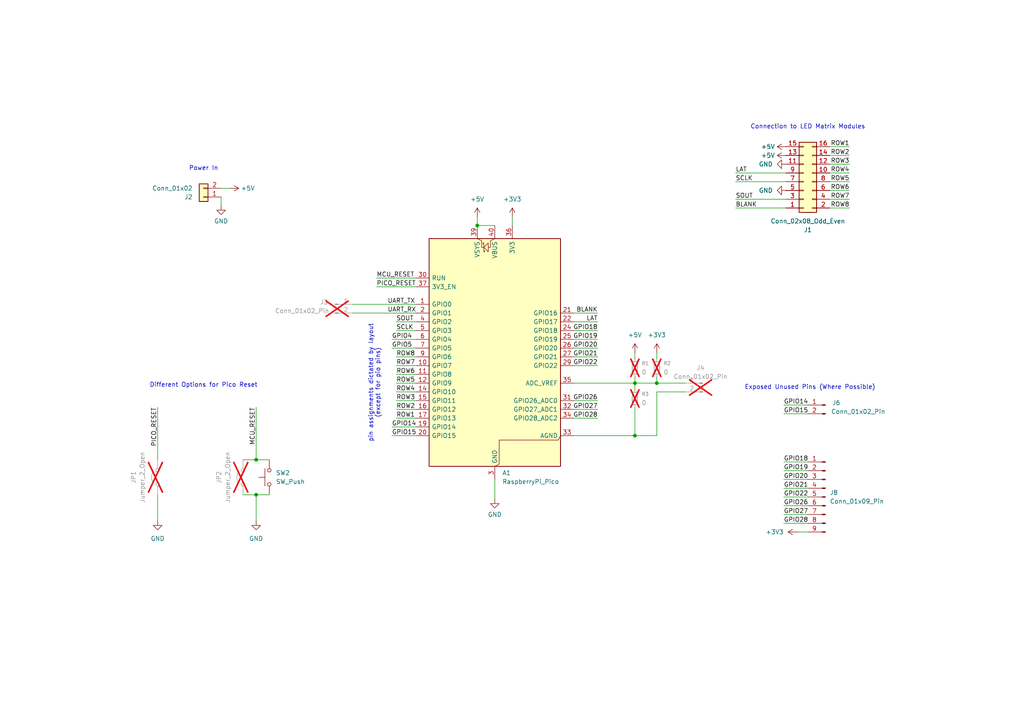
<source format=kicad_sch>
(kicad_sch (version 20250114) (generator "eeschema") (generator_version "9.0")
  (paper "A4")
  (lib_symbols
    (symbol "Connector:Conn_01x02_Pin" (pin_names (offset 1.016) (hide yes))
      (property "Reference" "J" (at 0 2.54 0))
      (property "Value" "Conn_01x02_Pin" (at 0 -5.08 0))
      (symbol "Conn_01x02_Pin_1_1"
        (rectangle (start 0.8636 0.127) (end 0 -0.127) (stroke (width 0.1524)) (fill (type outline)))
        (rectangle (start 0.8636 -2.413) (end 0 -2.667) (stroke (width 0.1524)) (fill (type outline)))
        (polyline (pts (xy 1.27 0) (xy 0.8636 0)) (stroke (width 0.1524)))
        (polyline (pts (xy 1.27 -2.54) (xy 0.8636 -2.54)) (stroke (width 0.1524)))
        (pin passive line (at 5.08 0 180) (length 3.81) (name "Pin_1") (number "1"))
        (pin passive line (at 5.08 -2.54 180) (length 3.81) (name "Pin_2") (number "2"))
      )
    )
    (symbol "Connector:Conn_01x09_Pin" (pin_names (offset 1.016) (hide yes))
      (property "Reference" "J" (at 0 12.7 0))
      (property "Value" "Conn_01x09_Pin" (at 0 -12.7 0))
      (symbol "Conn_01x09_Pin_1_1"
        (rectangle (start 0.8636 10.287) (end 0 10.033) (stroke (width 0.1524)) (fill (type outline)))
        (rectangle (start 0.8636 7.747) (end 0 7.493) (stroke (width 0.1524)) (fill (type outline)))
        (rectangle (start 0.8636 5.207) (end 0 4.953) (stroke (width 0.1524)) (fill (type outline)))
        (rectangle (start 0.8636 2.667) (end 0 2.413) (stroke (width 0.1524)) (fill (type outline)))
        (rectangle (start 0.8636 0.127) (end 0 -0.127) (stroke (width 0.1524)) (fill (type outline)))
        (rectangle (start 0.8636 -2.413) (end 0 -2.667) (stroke (width 0.1524)) (fill (type outline)))
        (rectangle (start 0.8636 -4.953) (end 0 -5.207) (stroke (width 0.1524)) (fill (type outline)))
        (rectangle (start 0.8636 -7.493) (end 0 -7.747) (stroke (width 0.1524)) (fill (type outline)))
        (rectangle (start 0.8636 -10.033) (end 0 -10.287) (stroke (width 0.1524)) (fill (type outline)))
        (polyline (pts (xy 1.27 10.16) (xy 0.8636 10.16)) (stroke (width 0.1524)))
        (polyline (pts (xy 1.27 7.62) (xy 0.8636 7.62)) (stroke (width 0.1524)))
        (polyline (pts (xy 1.27 5.08) (xy 0.8636 5.08)) (stroke (width 0.1524)))
        (polyline (pts (xy 1.27 2.54) (xy 0.8636 2.54)) (stroke (width 0.1524)))
        (polyline (pts (xy 1.27 0) (xy 0.8636 0)) (stroke (width 0.1524)))
        (polyline (pts (xy 1.27 -2.54) (xy 0.8636 -2.54)) (stroke (width 0.1524)))
        (polyline (pts (xy 1.27 -5.08) (xy 0.8636 -5.08)) (stroke (width 0.1524)))
        (polyline (pts (xy 1.27 -7.62) (xy 0.8636 -7.62)) (stroke (width 0.1524)))
        (polyline (pts (xy 1.27 -10.16) (xy 0.8636 -10.16)) (stroke (width 0.1524)))
        (pin passive line (at 5.08 10.16 180) (length 3.81) (name "Pin_1") (number "1"))
        (pin passive line (at 5.08 7.62 180) (length 3.81) (name "Pin_2") (number "2"))
        (pin passive line (at 5.08 5.08 180) (length 3.81) (name "Pin_3") (number "3"))
        (pin passive line (at 5.08 2.54 180) (length 3.81) (name "Pin_4") (number "4"))
        (pin passive line (at 5.08 0 180) (length 3.81) (name "Pin_5") (number "5"))
        (pin passive line (at 5.08 -2.54 180) (length 3.81) (name "Pin_6") (number "6"))
        (pin passive line (at 5.08 -5.08 180) (length 3.81) (name "Pin_7") (number "7"))
        (pin passive line (at 5.08 -7.62 180) (length 3.81) (name "Pin_8") (number "8"))
        (pin passive line (at 5.08 -10.16 180) (length 3.81) (name "Pin_9") (number "9"))
      )
    )
    (symbol "Connector_Generic:Conn_01x02" (pin_names (offset 1.016) (hide yes))
      (property "Reference" "J" (at 0 2.54 0))
      (property "Value" "Conn_01x02" (at 0 -5.08 0))
      (symbol "Conn_01x02_1_1"
        (rectangle (start -1.27 1.27) (end 1.27 -3.81) (stroke (width 0.254)) (fill (type background)))
        (rectangle (start -1.27 0.127) (end 0 -0.127) (stroke (width 0.1524)))
        (rectangle (start -1.27 -2.413) (end 0 -2.667) (stroke (width 0.1524)))
        (pin passive line (at -5.08 0 0) (length 3.81) (name "Pin_1") (number "1"))
        (pin passive line (at -5.08 -2.54 0) (length 3.81) (name "Pin_2") (number "2"))
      )
    )
    (symbol "Connector_Generic:Conn_02x08_Odd_Even" (pin_names (offset 1.016) (hide yes))
      (property "Reference" "J" (at 1.27 10.16 0))
      (property "Value" "Conn_02x08_Odd_Even" (at 1.27 -12.7 0))
      (symbol "Conn_02x08_Odd_Even_1_1"
        (rectangle (start -1.27 8.89) (end 3.81 -11.43) (stroke (width 0.254)) (fill (type background)))
        (rectangle (start -1.27 7.747) (end 0 7.493) (stroke (width 0.1524)))
        (rectangle (start -1.27 5.207) (end 0 4.953) (stroke (width 0.1524)))
        (rectangle (start -1.27 2.667) (end 0 2.413) (stroke (width 0.1524)))
        (rectangle (start -1.27 0.127) (end 0 -0.127) (stroke (width 0.1524)))
        (rectangle (start -1.27 -2.413) (end 0 -2.667) (stroke (width 0.1524)))
        (rectangle (start -1.27 -4.953) (end 0 -5.207) (stroke (width 0.1524)))
        (rectangle (start -1.27 -7.493) (end 0 -7.747) (stroke (width 0.1524)))
        (rectangle (start -1.27 -10.033) (end 0 -10.287) (stroke (width 0.1524)))
        (rectangle (start 3.81 7.747) (end 2.54 7.493) (stroke (width 0.1524)))
        (rectangle (start 3.81 5.207) (end 2.54 4.953) (stroke (width 0.1524)))
        (rectangle (start 3.81 2.667) (end 2.54 2.413) (stroke (width 0.1524)))
        (rectangle (start 3.81 0.127) (end 2.54 -0.127) (stroke (width 0.1524)))
        (rectangle (start 3.81 -2.413) (end 2.54 -2.667) (stroke (width 0.1524)))
        (rectangle (start 3.81 -4.953) (end 2.54 -5.207) (stroke (width 0.1524)))
        (rectangle (start 3.81 -7.493) (end 2.54 -7.747) (stroke (width 0.1524)))
        (rectangle (start 3.81 -10.033) (end 2.54 -10.287) (stroke (width 0.1524)))
        (pin passive line (at -5.08 7.62 0) (length 3.81) (name "Pin_1") (number "1"))
        (pin passive line (at -5.08 5.08 0) (length 3.81) (name "Pin_3") (number "3"))
        (pin passive line (at -5.08 2.54 0) (length 3.81) (name "Pin_5") (number "5"))
        (pin passive line (at -5.08 0 0) (length 3.81) (name "Pin_7") (number "7"))
        (pin passive line (at -5.08 -2.54 0) (length 3.81) (name "Pin_9") (number "9"))
        (pin passive line (at -5.08 -5.08 0) (length 3.81) (name "Pin_11") (number "11"))
        (pin passive line (at -5.08 -7.62 0) (length 3.81) (name "Pin_13") (number "13"))
        (pin passive line (at -5.08 -10.16 0) (length 3.81) (name "Pin_15") (number "15"))
        (pin passive line (at 7.62 7.62 180) (length 3.81) (name "Pin_2") (number "2"))
        (pin passive line (at 7.62 5.08 180) (length 3.81) (name "Pin_4") (number "4"))
        (pin passive line (at 7.62 2.54 180) (length 3.81) (name "Pin_6") (number "6"))
        (pin passive line (at 7.62 0 180) (length 3.81) (name "Pin_8") (number "8"))
        (pin passive line (at 7.62 -2.54 180) (length 3.81) (name "Pin_10") (number "10"))
        (pin passive line (at 7.62 -5.08 180) (length 3.81) (name "Pin_12") (number "12"))
        (pin passive line (at 7.62 -7.62 180) (length 3.81) (name "Pin_14") (number "14"))
        (pin passive line (at 7.62 -10.16 180) (length 3.81) (name "Pin_16") (number "16"))
      )
    )
    (symbol "Device:R_Small" (pin_numbers (hide yes)) (pin_names (offset 0.254) (hide yes))
      (property "Reference" "R" (at 0 0 90))
      (property "Value" "R_Small" (at 1.778 0 90))
      (symbol "R_Small_0_1"
        (rectangle (start -0.762 1.778) (end 0.762 -1.778) (stroke (width 0.2032)))
      )
      (symbol "R_Small_1_1"
        (pin passive line (at 0 2.54 270) (length 0.762) (name "~") (number "1"))
        (pin passive line (at 0 -2.54 90) (length 0.762) (name "~") (number "2"))
      )
    )
    (symbol "Jumper:Jumper_2_Open" (pin_numbers (hide yes)) (pin_names (offset 0) (hide yes))
      (property "Reference" "JP" (at 0 2.794 0))
      (property "Value" "Jumper_2_Open" (at 0 -2.286 0))
      (symbol "Jumper_2_Open_0_0"
        (circle (center -2.032 0) (radius 0.508))
        (circle (center 2.032 0) (radius 0.508))
      )
      (symbol "Jumper_2_Open_0_1"
        (arc (start -1.524 1.27) (mid 0 1.778) (end 1.524 1.27))
      )
      (symbol "Jumper_2_Open_1_1"
        (pin passive line (at -5.08 0 0) (length 2.54) (name "A") (number "1"))
        (pin passive line (at 5.08 0 180) (length 2.54) (name "B") (number "2"))
      )
    )
    (symbol "MCU_Module:RaspberryPi_Pico" (pin_names (offset 0.762))
      (property "Reference" "A" (at -19.05 35.56 0))
      (property "Value" "RaspberryPi_Pico" (at 7.62 35.56 0))
      (symbol "RaspberryPi_Pico_0_1"
        (rectangle (start -19.05 34.29) (end 19.05 -31.75) (stroke (width 0.254)) (fill (type background)))
        (polyline (pts (xy -5.08 34.29) (xy -3.81 33.655) (xy -3.81 31.75) (xy -3.175 31.75)))
        (polyline (pts (xy -3.429 32.766) (xy -3.429 33.02) (xy -3.175 33.02) (xy -3.175 30.48) (xy -2.921 30.48) (xy -2.921 30.734)))
        (polyline (pts (xy -3.175 31.75) (xy -1.905 33.02) (xy -1.905 30.48) (xy -3.175 31.75)))
        (polyline (pts (xy 0 34.29) (xy -1.27 33.655) (xy -1.27 31.75) (xy -1.905 31.75)))
        (polyline (pts (xy 0 -31.75) (xy 1.27 -31.115) (xy 1.27 -24.13) (xy 18.415 -24.13) (xy 19.05 -22.86)))
      )
      (symbol "RaspberryPi_Pico_1_1"
        (pin passive line (at -22.86 22.86 0) (length 3.81) (name "RUN") (number "30"))
        (pin passive line (at -22.86 20.32 0) (length 3.81) (name "3V3_EN") (number "37"))
        (pin bidirectional line (at -22.86 15.24 0) (length 3.81) (name "GPIO0") (number "1"))
        (pin bidirectional line (at -22.86 12.7 0) (length 3.81) (name "GPIO1") (number "2"))
        (pin bidirectional line (at -22.86 10.16 0) (length 3.81) (name "GPIO2") (number "4"))
        (pin bidirectional line (at -22.86 7.62 0) (length 3.81) (name "GPIO3") (number "5"))
        (pin bidirectional line (at -22.86 5.08 0) (length 3.81) (name "GPIO4") (number "6"))
        (pin bidirectional line (at -22.86 2.54 0) (length 3.81) (name "GPIO5") (number "7"))
        (pin bidirectional line (at -22.86 0 0) (length 3.81) (name "GPIO6") (number "9"))
        (pin bidirectional line (at -22.86 -2.54 0) (length 3.81) (name "GPIO7") (number "10"))
        (pin bidirectional line (at -22.86 -5.08 0) (length 3.81) (name "GPIO8") (number "11"))
        (pin bidirectional line (at -22.86 -7.62 0) (length 3.81) (name "GPIO9") (number "12"))
        (pin bidirectional line (at -22.86 -10.16 0) (length 3.81) (name "GPIO10") (number "14"))
        (pin bidirectional line (at -22.86 -12.7 0) (length 3.81) (name "GPIO11") (number "15"))
        (pin bidirectional line (at -22.86 -15.24 0) (length 3.81) (name "GPIO12") (number "16"))
        (pin bidirectional line (at -22.86 -17.78 0) (length 3.81) (name "GPIO13") (number "17"))
        (pin bidirectional line (at -22.86 -20.32 0) (length 3.81) (name "GPIO14") (number "19"))
        (pin bidirectional line (at -22.86 -22.86 0) (length 3.81) (name "GPIO15") (number "20"))
        (pin power_in line (at -5.08 38.1 270) (length 3.81) (name "VSYS") (number "39"))
        (pin power_out line (at 0 38.1 270) (length 3.81) (name "VBUS") (number "40"))
        (pin passive line (at 0 -35.56 90) (length 3.81) (hide yes) (name "GND") (number "13"))
        (pin passive line (at 0 -35.56 90) (length 3.81) (hide yes) (name "GND") (number "18"))
        (pin passive line (at 0 -35.56 90) (length 3.81) (hide yes) (name "GND") (number "23"))
        (pin passive line (at 0 -35.56 90) (length 3.81) (hide yes) (name "GND") (number "28"))
        (pin power_out line (at 0 -35.56 90) (length 3.81) (name "GND") (number "3"))
        (pin passive line (at 0 -35.56 90) (length 3.81) (hide yes) (name "GND") (number "38"))
        (pin passive line (at 0 -35.56 90) (length 3.81) (hide yes) (name "GND") (number "8"))
        (pin power_out line (at 5.08 38.1 270) (length 3.81) (name "3V3") (number "36"))
        (pin bidirectional line (at 22.86 12.7 180) (length 3.81) (name "GPIO16") (number "21"))
        (pin bidirectional line (at 22.86 10.16 180) (length 3.81) (name "GPIO17") (number "22"))
        (pin bidirectional line (at 22.86 7.62 180) (length 3.81) (name "GPIO18") (number "24"))
        (pin bidirectional line (at 22.86 5.08 180) (length 3.81) (name "GPIO19") (number "25"))
        (pin bidirectional line (at 22.86 2.54 180) (length 3.81) (name "GPIO20") (number "26"))
        (pin bidirectional line (at 22.86 0 180) (length 3.81) (name "GPIO21") (number "27"))
        (pin bidirectional line (at 22.86 -2.54 180) (length 3.81) (name "GPIO22") (number "29"))
        (pin power_in line (at 22.86 -7.62 180) (length 3.81) (name "ADC_VREF") (number "35"))
        (pin bidirectional line (at 22.86 -12.7 180) (length 3.81) (name "GPIO26_ADC0") (number "31"))
        (pin bidirectional line (at 22.86 -15.24 180) (length 3.81) (name "GPIO27_ADC1") (number "32"))
        (pin bidirectional line (at 22.86 -17.78 180) (length 3.81) (name "GPIO28_ADC2") (number "34"))
        (pin power_out line (at 22.86 -22.86 180) (length 3.81) (name "AGND") (number "33"))
      )
    )
    (symbol "Switch:SW_Push" (pin_numbers (hide yes)) (pin_names (offset 1.016) (hide yes))
      (property "Reference" "SW" (at 1.27 2.54 0))
      (property "Value" "SW_Push" (at 0 -1.524 0))
      (symbol "SW_Push_0_1"
        (circle (center -2.032 0) (radius 0.508))
        (polyline (pts (xy 0 1.27) (xy 0 3.048)))
        (circle (center 2.032 0) (radius 0.508))
        (polyline (pts (xy 2.54 1.27) (xy -2.54 1.27)))
        (pin passive line (at -5.08 0 0) (length 2.54) (name "1") (number "1"))
        (pin passive line (at 5.08 0 180) (length 2.54) (name "2") (number "2"))
      )
    )
    (symbol "power:+3V3" (power) (pin_numbers (hide yes)) (pin_names (offset 0) (hide yes))
      (property "Value" "+3V3" (at 0 3.556 0))
      (symbol "+3V3_0_1"
        (polyline (pts (xy -0.762 1.27) (xy 0 2.54)))
        (polyline (pts (xy 0 2.54) (xy 0.762 1.27)))
        (polyline (pts (xy 0 0) (xy 0 2.54)))
      )
      (symbol "+3V3_1_1"
        (pin power_in line (at 0 0 90) (length 0) (name "~") (number "1"))
      )
    )
    (symbol "power:+5V" (power) (pin_numbers (hide yes)) (pin_names (offset 0) (hide yes))
      (property "Value" "+5V" (at 0 3.556 0))
      (symbol "+5V_0_1"
        (polyline (pts (xy -0.762 1.27) (xy 0 2.54)))
        (polyline (pts (xy 0 2.54) (xy 0.762 1.27)))
        (polyline (pts (xy 0 0) (xy 0 2.54)))
      )
      (symbol "+5V_1_1"
        (pin power_in line (at 0 0 90) (length 0) (name "~") (number "1"))
      )
    )
    (symbol "power:GND" (power) (pin_numbers (hide yes)) (pin_names (offset 0) (hide yes))
      (property "Value" "GND" (at 0 -3.81 0))
      (symbol "GND_0_1"
        (polyline (pts (xy 0 0) (xy 0 -1.27) (xy 1.27 -1.27) (xy 0 -2.54) (xy -1.27 -1.27) (xy 0 -1.27)))
      )
      (symbol "GND_1_1"
        (pin power_in line (at 0 0 270) (length 0) (name "~") (number "1"))
      )
    )
  )
  (text "Exposed Unused Pins (Where Possible)" (at 234.95 112.395 0) (effects (font (size 1.27 1.27))))
  (text "Connection to LED Matrix Modules" (at 234.315 36.83 0) (effects (font (size 1.27 1.27))))
  (text "pin assignments dictated by layout\n(except for pio pins)" (at 108.585 111.125 90) (effects (font (size 1.27 1.27))))
  (text "Power In" (at 59.055 48.895 0) (effects (font (size 1.27 1.27))))
  (text "Different Options for Pico Reset" (at 59.055 111.76 0) (effects (font (size 1.27 1.27))))
  (junction (at 74.295 143.51))
  (junction (at 184.15 111.125))
  (junction (at 138.43 65.405))
  (junction (at 184.15 126.365))
  (junction (at 190.5 111.125))
  (junction (at 74.295 133.35))
  (wire (pts (xy 190.5 102.235) (xy 190.5 104.14)))
  (wire (pts (xy 113.665 98.425) (xy 120.65 98.425)))
  (wire (pts (xy 227.33 117.475) (xy 234.315 117.475)))
  (wire (pts (xy 113.665 100.965) (xy 120.65 100.965)))
  (wire (pts (xy 70.485 133.35) (xy 74.295 133.35)))
  (wire (pts (xy 114.935 113.665) (xy 120.65 113.665)))
  (wire (pts (xy 246.38 55.245) (xy 240.665 55.245)))
  (wire (pts (xy 173.355 121.285) (xy 166.37 121.285)))
  (wire (pts (xy 227.33 136.525) (xy 234.315 136.525)))
  (wire (pts (xy 184.15 109.22) (xy 184.15 111.125)))
  (wire (pts (xy 227.965 52.705) (xy 213.36 52.705)))
  (wire (pts (xy 227.965 50.165) (xy 213.36 50.165)))
  (wire (pts (xy 190.5 126.365) (xy 184.15 126.365)))
  (wire (pts (xy 173.355 103.505) (xy 166.37 103.505)))
  (wire (pts (xy 74.295 143.51) (xy 74.295 151.13)))
  (wire (pts (xy 246.38 50.165) (xy 240.665 50.165)))
  (wire (pts (xy 184.15 111.125) (xy 190.5 111.125)))
  (wire (pts (xy 246.38 45.085) (xy 240.665 45.085)))
  (wire (pts (xy 190.5 111.125) (xy 198.755 111.125)))
  (wire (pts (xy 66.675 54.61) (xy 64.135 54.61)))
  (wire (pts (xy 227.33 139.065) (xy 234.315 139.065)))
  (wire (pts (xy 114.935 108.585) (xy 120.65 108.585)))
  (wire (pts (xy 227.965 57.785) (xy 213.36 57.785)))
  (wire (pts (xy 198.755 113.665) (xy 190.5 113.665)))
  (wire (pts (xy 246.38 47.625) (xy 240.665 47.625)))
  (wire (pts (xy 246.38 57.785) (xy 240.665 57.785)))
  (wire (pts (xy 102.235 90.805) (xy 120.65 90.805)))
  (wire (pts (xy 113.665 126.365) (xy 120.65 126.365)))
  (wire (pts (xy 120.65 83.185) (xy 109.22 83.185)))
  (wire (pts (xy 166.37 111.125) (xy 184.15 111.125)))
  (wire (pts (xy 138.43 65.405) (xy 143.51 65.405)))
  (wire (pts (xy 227.33 144.145) (xy 234.315 144.145)))
  (wire (pts (xy 120.65 93.345) (xy 114.935 93.345)))
  (wire (pts (xy 173.355 106.045) (xy 166.37 106.045)))
  (wire (pts (xy 74.295 133.35) (xy 78.105 133.35)))
  (wire (pts (xy 190.5 111.125) (xy 190.5 109.22)))
  (wire (pts (xy 70.485 143.51) (xy 74.295 143.51)))
  (wire (pts (xy 227.33 149.225) (xy 234.315 149.225)))
  (wire (pts (xy 114.935 118.745) (xy 120.65 118.745)))
  (wire (pts (xy 231.14 154.305) (xy 234.315 154.305)))
  (wire (pts (xy 173.355 116.205) (xy 166.37 116.205)))
  (wire (pts (xy 45.72 133.35) (xy 45.72 118.11)))
  (wire (pts (xy 173.355 95.885) (xy 166.37 95.885)))
  (wire (pts (xy 184.15 118.11) (xy 184.15 126.365)))
  (wire (pts (xy 227.965 60.325) (xy 213.36 60.325)))
  (wire (pts (xy 227.33 151.765) (xy 234.315 151.765)))
  (wire (pts (xy 143.51 139.065) (xy 143.51 144.78)))
  (wire (pts (xy 120.65 95.885) (xy 114.935 95.885)))
  (wire (pts (xy 173.355 98.425) (xy 166.37 98.425)))
  (wire (pts (xy 148.59 62.865) (xy 148.59 65.405)))
  (wire (pts (xy 246.38 60.325) (xy 240.665 60.325)))
  (wire (pts (xy 227.33 120.015) (xy 234.315 120.015)))
  (wire (pts (xy 74.295 133.35) (xy 74.295 118.11)))
  (wire (pts (xy 166.37 90.805) (xy 173.355 90.805)))
  (wire (pts (xy 166.37 93.345) (xy 173.355 93.345)))
  (wire (pts (xy 173.355 100.965) (xy 166.37 100.965)))
  (wire (pts (xy 227.33 133.985) (xy 234.315 133.985)))
  (wire (pts (xy 114.935 111.125) (xy 120.65 111.125)))
  (wire (pts (xy 114.935 121.285) (xy 120.65 121.285)))
  (wire (pts (xy 227.33 146.685) (xy 234.315 146.685)))
  (wire (pts (xy 184.15 113.03) (xy 184.15 111.125)))
  (wire (pts (xy 113.665 123.825) (xy 120.65 123.825)))
  (wire (pts (xy 246.38 42.545) (xy 240.665 42.545)))
  (wire (pts (xy 184.15 102.235) (xy 184.15 104.14)))
  (wire (pts (xy 102.235 88.265) (xy 120.65 88.265)))
  (wire (pts (xy 114.935 116.205) (xy 120.65 116.205)))
  (wire (pts (xy 114.935 106.045) (xy 120.65 106.045)))
  (wire (pts (xy 74.295 143.51) (xy 78.105 143.51)))
  (wire (pts (xy 166.37 126.365) (xy 184.15 126.365)))
  (wire (pts (xy 173.355 118.745) (xy 166.37 118.745)))
  (wire (pts (xy 45.72 143.51) (xy 45.72 151.13)))
  (wire (pts (xy 64.135 59.69) (xy 64.135 57.15)))
  (wire (pts (xy 120.65 80.645) (xy 109.22 80.645)))
  (wire (pts (xy 246.38 52.705) (xy 240.665 52.705)))
  (wire (pts (xy 114.935 103.505) (xy 120.65 103.505)))
  (wire (pts (xy 227.33 141.605) (xy 234.315 141.605)))
  (wire (pts (xy 138.43 62.865) (xy 138.43 65.405)))
  (wire (pts (xy 190.5 113.665) (xy 190.5 126.365)))
  (label "BLANK" (at 173.355 90.805 180))
  (label "GPIO19" (at 173.355 98.425 180))
  (label "ROW6" (at 246.38 55.245 180))
  (label "ROW3" (at 114.935 116.205 0))
  (label "GPIO14" (at 227.33 117.475 0))
  (label "UART_TX" (at 112.395 88.265 0))
  (label "ROW5" (at 114.935 111.125 0))
  (label "LAT" (at 173.355 93.345 180))
  (label "PICO_RESET" (at 109.22 83.185 0))
  (label "ROW8" (at 114.935 103.505 0))
  (label "LAT" (at 213.36 50.165 0))
  (label "ROW2" (at 114.935 118.745 0))
  (label "ROW3" (at 246.38 47.625 180))
  (label "ROW7" (at 114.935 106.045 0))
  (label "ROW1" (at 114.935 121.285 0))
  (label "GPIO27" (at 173.355 118.745 180))
  (label "SCLK" (at 213.36 52.705 0))
  (label "GPIO27" (at 227.33 149.225 0))
  (label "GPIO4" (at 113.665 98.425 0))
  (label "ROW4" (at 246.38 50.165 180))
  (label "GPIO19" (at 227.33 136.525 0))
  (label "SOUT" (at 213.36 57.785 0))
  (label "GPIO5" (at 113.665 100.965 0))
  (label "ROW1" (at 246.38 42.545 180))
  (label "GPIO28" (at 227.33 151.765 0))
  (label "GPIO22" (at 173.355 106.045 180))
  (label "GPIO22" (at 227.33 144.145 0))
  (label "GPIO26" (at 173.355 116.205 180))
  (label "ROW6" (at 114.935 108.585 0))
  (label "ROW7" (at 246.38 57.785 180))
  (label "SCLK" (at 114.935 95.885 0))
  (label "MCU_RESET" (at 74.295 118.11 270))
  (label "GPIO21" (at 227.33 141.605 0))
  (label "GPIO15" (at 113.665 126.365 0))
  (label "GPIO14" (at 113.665 123.825 0))
  (label "GPIO20" (at 173.355 100.965 180))
  (label "GPIO26" (at 227.33 146.685 0))
  (label "MCU_RESET" (at 109.22 80.645 0))
  (label "GPIO18" (at 227.33 133.985 0))
  (label "SOUT" (at 114.935 93.345 0))
  (label "ROW4" (at 114.935 113.665 0))
  (label "GPIO20" (at 227.33 139.065 0))
  (label "UART_RX" (at 112.395 90.805 0))
  (label "ROW8" (at 246.38 60.325 180))
  (label "PICO_RESET" (at 45.72 118.11 270))
  (label "GPIO28" (at 173.355 121.285 180))
  (label "GPIO21" (at 173.355 103.505 180))
  (label "ROW2" (at 246.38 45.085 180))
  (label "ROW5" (at 246.38 52.705 180))
  (label "BLANK" (at 213.36 60.325 0))
  (label "GPIO18" (at 173.355 95.885 180))
  (label "GPIO15" (at 227.33 120.015 0))
  (symbol (lib_id "power:+5V") (at 227.965 42.545 90) (unit 1)
    (property "Reference" "#PWR01" (effects (hide yes)))
    (property "Value" "+5V" (at 224.79 42.5449 90) (effects (justify left)))
    (property "Description" "Power symbol creates a global label with name \"+5V\"" (effects (hide yes)))
  )
  (symbol (lib_id "Connector:Conn_01x02_Pin") (at 239.395 117.475 0) (mirror y) (unit 1)
    (property "Reference" "J6" (at 242.57 116.84 0))
    (property "Value" "Conn_01x02_Pin" (at 248.92 119.38 0))
    (property "Footprint" "Connector_PinHeader_2.54mm:PinHeader_1x02_P2.54mm_Vertical" (effects (hide yes)))
    (property "Description" "Generic connector, single row, 01x02, script generated" (effects (hide yes)))
  )
  (symbol (lib_id "Connector_Generic:Conn_02x08_Odd_Even") (at 233.045 52.705 0) (mirror x) (unit 1)
    (property "Reference" "J1" (at 234.315 66.675 0))
    (property "Value" "Conn_02x08_Odd_Even" (at 234.315 64.135 0))
    (property "Footprint" "Connector_PinSocket_2.54mm:PinSocket_2x08_P2.54mm_Horizontal" (effects (hide yes)))
    (property "Description" "Generic connector, double row, 02x08, odd/even pin numbering scheme (row 1 odd numbers, row 2 even numbers), script generated (kicad-library-utils/schlib/autogen/connector/)" (effects (hide yes)))
  )
  (symbol (lib_id "power:GND") (at 143.51 144.78 0) (unit 1)
    (property "Reference" "#PWR011" (effects (hide yes)))
    (property "Value" "GND" (at 143.51 149.225 0))
    (property "Description" "Power symbol creates a global label with name \"GND\" , ground" (effects (hide yes)))
  )
  (symbol (lib_id "power:GND") (at 64.135 59.69 0) (unit 1)
    (property "Reference" "#PWR06" (effects (hide yes)))
    (property "Value" "GND" (at 64.135 64.135 0))
    (property "Description" "Power symbol creates a global label with name \"GND\" , ground" (effects (hide yes)))
  )
  (symbol (lib_id "Jumper:Jumper_2_Open") (at 70.485 138.43 90) (unit 1) (dnp yes)
    (property "Reference" "JP2" (at 63.5 138.43 0))
    (property "Value" "Jumper_2_Open" (at 66.04 138.43 0))
    (property "Footprint" "TestPoint:TestPoint_2Pads_Pitch2.54mm_Drill0.8mm" (effects (hide yes)))
    (property "Description" "Jumper, 2-pole, open" (effects (hide yes)))
  )
  (symbol (lib_id "Device:R_Small") (at 184.15 106.68 0) (unit 1) (dnp yes)
    (property "Reference" "R1" (at 186.055 105.4099 0) (effects (font (size 1.016 1.016)) (justify left)))
    (property "Value" "0" (at 186.055 107.9499 0) (effects (justify left)))
    (property "Footprint" "Resistor_SMD:R_0603_1608Metric_Pad0.98x0.95mm_HandSolder" (effects (hide yes)))
    (property "Description" "Resistor, small symbol" (effects (hide yes)))
  )
  (symbol (lib_id "Connector_Generic:Conn_01x02") (at 59.055 57.15 180) (unit 1)
    (property "Reference" "J2" (at 55.88 57.1501 0) (effects (justify left)))
    (property "Value" "Conn_01x02" (at 55.88 54.6101 0) (effects (justify left)))
    (property "Footprint" "TerminalBlock_Phoenix:TerminalBlock_Phoenix_PT-1,5-2-3.5-H_1x02_P3.50mm_Horizontal" (effects (hide yes)))
    (property "Description" "Generic connector, single row, 01x02, script generated (kicad-library-utils/schlib/autogen/connector/)" (effects (hide yes)))
  )
  (symbol (lib_id "power:GND") (at 227.965 47.625 270) (unit 1)
    (property "Reference" "#PWR03" (effects (hide yes)))
    (property "Value" "GND" (at 224.155 47.6249 90) (effects (justify right)))
    (property "Description" "Power symbol creates a global label with name \"GND\" , ground" (effects (hide yes)))
  )
  (symbol (lib_id "power:+5V") (at 184.15 102.235 0) (unit 1)
    (property "Reference" "#PWR09" (effects (hide yes)))
    (property "Value" "+5V" (at 184.15 97.155 0))
    (property "Description" "Power symbol creates a global label with name \"+5V\"" (effects (hide yes)))
  )
  (symbol (lib_id "Device:R_Small") (at 190.5 106.68 0) (unit 1) (dnp yes)
    (property "Reference" "R2" (at 192.405 105.4099 0) (effects (font (size 1.016 1.016)) (justify left)))
    (property "Value" "0" (at 192.405 107.9499 0) (effects (justify left)))
    (property "Footprint" "Resistor_SMD:R_0603_1608Metric_Pad0.98x0.95mm_HandSolder" (effects (hide yes)))
    (property "Description" "Resistor, small symbol" (effects (hide yes)))
  )
  (symbol (lib_id "Connector:Conn_01x09_Pin") (at 239.395 144.145 0) (mirror y) (unit 1)
    (property "Reference" "J8" (at 240.665 142.8749 0) (effects (justify right)))
    (property "Value" "Conn_01x09_Pin" (at 240.665 145.4149 0) (effects (justify right)))
    (property "Footprint" "Connector_PinHeader_2.54mm:PinHeader_1x09_P2.54mm_Vertical" (effects (hide yes)))
    (property "Description" "Generic connector, single row, 01x09, script generated" (effects (hide yes)))
  )
  (symbol (lib_id "power:+5V") (at 138.43 62.865 0) (unit 1)
    (property "Reference" "#PWR07" (effects (hide yes)))
    (property "Value" "+5V" (at 138.43 57.785 0))
    (property "Description" "Power symbol creates a global label with name \"+5V\"" (effects (hide yes)))
  )
  (symbol (lib_id "power:GND") (at 45.72 151.13 0) (unit 1)
    (property "Reference" "#PWR012" (effects (hide yes)))
    (property "Value" "GND" (at 45.72 156.21 0))
    (property "Description" "Power symbol creates a global label with name \"GND\" , ground" (effects (hide yes)))
  )
  (symbol (lib_id "Switch:SW_Push") (at 78.105 138.43 90) (unit 1)
    (property "Reference" "SW2" (at 80.01 137.1599 90) (effects (justify right)))
    (property "Value" "SW_Push" (at 80.01 139.6999 90) (effects (justify right)))
    (property "Footprint" "Button_Switch_SMD:SW_SPST_SKQG_WithStem" (effects (hide yes)))
    (property "Description" "Push button switch, generic, two pins" (effects (hide yes)))
  )
  (symbol (lib_id "power:GND") (at 227.965 55.245 270) (unit 1)
    (property "Reference" "#PWR05" (effects (hide yes)))
    (property "Value" "GND" (at 224.155 55.2449 90) (effects (justify right)))
    (property "Description" "Power symbol creates a global label with name \"GND\" , ground" (effects (hide yes)))
  )
  (symbol (lib_id "power:+5V") (at 227.965 45.085 90) (unit 1)
    (property "Reference" "#PWR02" (effects (hide yes)))
    (property "Value" "+5V" (at 224.79 45.0849 90) (effects (justify left)))
    (property "Description" "Power symbol creates a global label with name \"+5V\"" (effects (hide yes)))
  )
  (symbol (lib_id "MCU_Module:RaspberryPi_Pico") (at 143.51 103.505 0) (unit 1)
    (property "Reference" "A1" (at 145.6533 137.16 0) (effects (justify left)))
    (property "Value" "RaspberryPi_Pico" (at 145.6533 139.7 0) (effects (justify left)))
    (property "Footprint" "ledmat8x16:RaspberryPi_Pico_Common_ProbablySocketed" (effects (hide yes)))
    (property "Datasheet" "https://datasheets.raspberrypi.com/pico/pico-datasheet.pdf" (effects (hide yes)))
    (property "Description" "Versatile and inexpensive microcontroller module powered by RP2040 dual-core Arm Cortex-M0+ processor up to 133 MHz, 264kB SRAM, 2MB QSPI flash; also supports Raspberry Pi Pico 2" (effects (hide yes)))
  )
  (symbol (lib_id "Connector:Conn_01x02_Pin") (at 97.155 88.265 0) (unit 1) (dnp yes)
    (property "Reference" "J3" (at 93.98 87.63 0))
    (property "Value" "Conn_01x02_Pin" (at 87.63 90.17 0))
    (property "Footprint" "Connector_PinHeader_2.54mm:PinHeader_1x02_P2.54mm_Vertical" (effects (hide yes)))
    (property "Description" "Generic connector, single row, 01x02, script generated" (effects (hide yes)))
  )
  (symbol (lib_id "power:+5V") (at 66.675 54.61 270) (unit 1)
    (property "Reference" "#PWR04" (effects (hide yes)))
    (property "Value" "+5V" (at 69.85 54.6099 90) (effects (justify left)))
    (property "Description" "Power symbol creates a global label with name \"+5V\"" (effects (hide yes)))
  )
  (symbol (lib_id "Device:R_Small") (at 184.15 115.57 0) (unit 1) (dnp yes)
    (property "Reference" "R3" (at 186.055 114.2999 0) (effects (font (size 1.016 1.016)) (justify left)))
    (property "Value" "0" (at 186.055 116.8399 0) (effects (justify left)))
    (property "Footprint" "Resistor_SMD:R_0603_1608Metric_Pad0.98x0.95mm_HandSolder" (effects (hide yes)))
    (property "Description" "Resistor, small symbol" (effects (hide yes)))
  )
  (symbol (lib_id "power:+3V3") (at 231.14 154.305 90) (unit 1)
    (property "Reference" "#PWR014" (effects (hide yes)))
    (property "Value" "+3V3" (at 227.33 154.3049 90) (effects (justify left)))
    (property "Description" "Power symbol creates a global label with name \"+3V3\"" (effects (hide yes)))
  )
  (symbol (lib_id "power:+3V3") (at 148.59 62.865 0) (unit 1)
    (property "Reference" "#PWR08" (effects (hide yes)))
    (property "Value" "+3V3" (at 148.59 57.785 0))
    (property "Description" "Power symbol creates a global label with name \"+3V3\"" (effects (hide yes)))
  )
  (symbol (lib_id "power:GND") (at 74.295 151.13 0) (unit 1)
    (property "Reference" "#PWR013" (effects (hide yes)))
    (property "Value" "GND" (at 74.295 156.21 0))
    (property "Description" "Power symbol creates a global label with name \"GND\" , ground" (effects (hide yes)))
  )
  (symbol (lib_id "Jumper:Jumper_2_Open") (at 45.72 138.43 90) (unit 1) (dnp yes)
    (property "Reference" "JP1" (at 38.735 138.43 0))
    (property "Value" "Jumper_2_Open" (at 41.275 138.43 0))
    (property "Footprint" "TestPoint:TestPoint_2Pads_Pitch2.54mm_Drill0.8mm" (effects (hide yes)))
    (property "Description" "Jumper, 2-pole, open" (effects (hide yes)))
  )
  (symbol (lib_id "power:+3V3") (at 190.5 102.235 0) (unit 1)
    (property "Reference" "#PWR010" (effects (hide yes)))
    (property "Value" "+3V3" (at 190.5 97.155 0))
    (property "Description" "Power symbol creates a global label with name \"+3V3\"" (effects (hide yes)))
  )
  (symbol (lib_id "Connector:Conn_01x02_Pin") (at 203.835 111.125 0) (mirror y) (unit 1) (dnp yes)
    (property "Reference" "J4" (at 203.2 106.68 0))
    (property "Value" "Conn_01x02_Pin" (at 203.2 109.22 0))
    (property "Footprint" "Connector_PinHeader_2.54mm:PinHeader_1x02_P2.54mm_Vertical" (effects (hide yes)))
    (property "Description" "Generic connector, single row, 01x02, script generated" (effects (hide yes)))
  )
)
</source>
